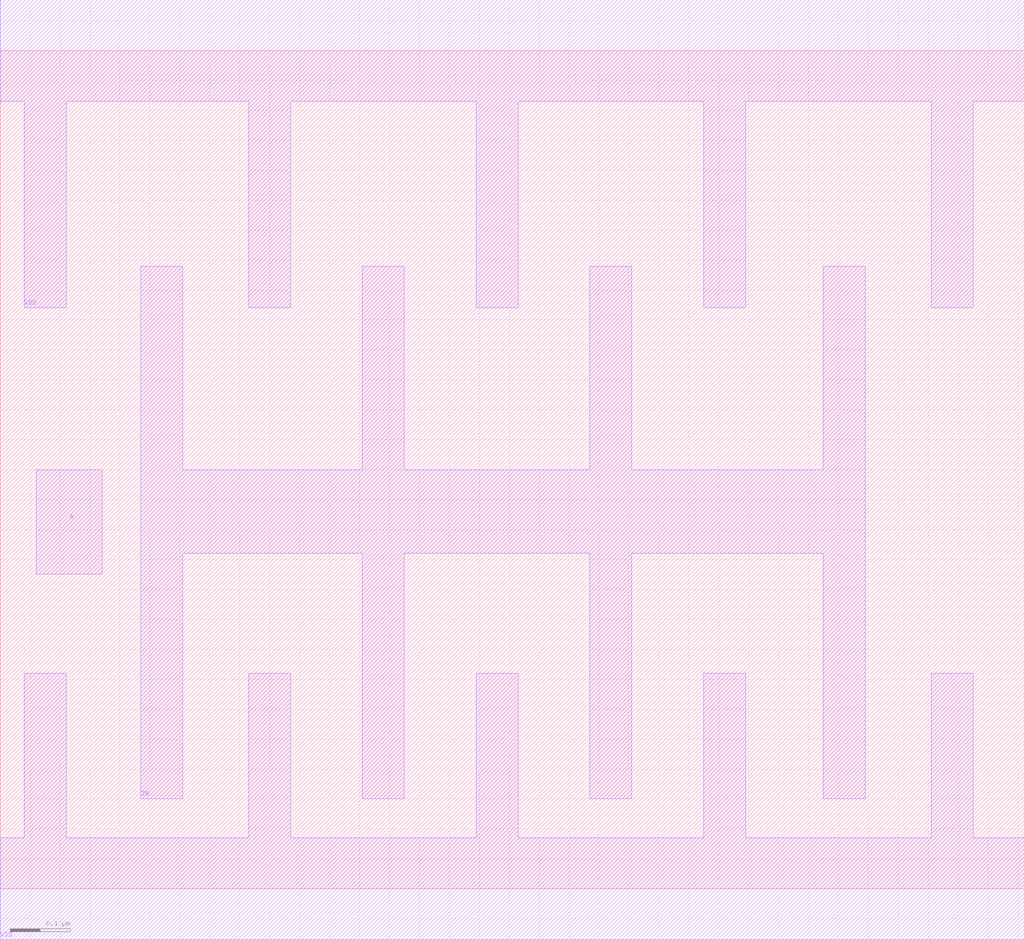
<source format=lef>
# 
# ******************************************************************************
# *                                                                            *
# *                   Copyright (C) 2004-2010, Nangate Inc.                    *
# *                           All rights reserved.                             *
# *                                                                            *
# * Nangate and the Nangate logo are trademarks of Nangate Inc.                *
# *                                                                            *
# * All trademarks, logos, software marks, and trade names (collectively the   *
# * "Marks") in this program are proprietary to Nangate or other respective    *
# * owners that have granted Nangate the right and license to use such Marks.  *
# * You are not permitted to use the Marks without the prior written consent   *
# * of Nangate or such third party that may own the Marks.                     *
# *                                                                            *
# * This file has been provided pursuant to a License Agreement containing     *
# * restrictions on its use. This file contains valuable trade secrets and     *
# * proprietary information of Nangate Inc., and is protected by U.S. and      *
# * international laws and/or treaties.                                        *
# *                                                                            *
# * The copyright notice(s) in this file does not indicate actual or intended  *
# * publication of this file.                                                  *
# *                                                                            *
# *     NGLibraryCreator, v2010.08-HR32-SP3-2010-08-05 - build 1009061800      *
# *                                                                            *
# ******************************************************************************
# 
# 
# Running on brazil06.nangate.com.br for user Giancarlo Franciscatto (gfr).
# Local time is now Fri, 3 Dec 2010, 19:32:18.
# Main process id is 27821.

VERSION 5.6 ;
BUSBITCHARS "[]" ;
DIVIDERCHAR "/" ;

MACRO INV_X8
  CLASS core ;
  FOREIGN INV_X8 0.0 0.0 ;
  ORIGIN 0 0 ;
  SYMMETRY X Y ;
  SITE FreePDK45_38x28_10R_NP_162NW_34O ;
  SIZE 1.71 BY 1.4 ;
  PIN A
    DIRECTION INPUT ;
    ANTENNAPARTIALMETALAREA 0.01925 LAYER metal1 ;
    ANTENNAPARTIALMETALSIDEAREA 0.0741 LAYER metal1 ;
    ANTENNAGATEAREA 0.418 ;
    PORT
      LAYER metal1 ;
        POLYGON 0.06 0.525 0.17 0.525 0.17 0.7 0.06 0.7  ;
    END
  END A
  PIN ZN
    DIRECTION OUTPUT ;
    ANTENNAPARTIALMETALAREA 0.3794 LAYER metal1 ;
    ANTENNAPARTIALMETALSIDEAREA 1.131 LAYER metal1 ;
    ANTENNADIFFAREA 0.5852 ;
    PORT
      LAYER metal1 ;
        POLYGON 0.235 0.15 0.305 0.15 0.305 0.56 0.605 0.56 0.605 0.15 0.675 0.15 0.675 0.56 0.985 0.56 0.985 0.15 1.055 0.15 1.055 0.56 1.375 0.56 1.375 0.15 1.445 0.15 1.445 1.04 1.375 1.04 1.375 0.7 1.055 0.7 1.055 1.04 0.985 1.04 0.985 0.7 0.675 0.7 0.675 1.04 0.605 1.04 0.605 0.7 0.305 0.7 0.305 1.04 0.235 1.04  ;
    END
  END ZN
  PIN VDD
    DIRECTION INOUT ;
    USE power ;
    SHAPE ABUTMENT ;
    PORT
      LAYER metal1 ;
        POLYGON 0 1.315 0.04 1.315 0.04 0.97 0.11 0.97 0.11 1.315 0.415 1.315 0.415 0.97 0.485 0.97 0.485 1.315 0.795 1.315 0.795 0.97 0.865 0.97 0.865 1.315 1.175 1.315 1.175 0.97 1.245 0.97 1.245 1.315 1.555 1.315 1.555 0.97 1.625 0.97 1.625 1.315 1.71 1.315 1.71 1.485 0 1.485  ;
    END
  END VDD
  PIN VSS
    DIRECTION INOUT ;
    USE ground ;
    SHAPE ABUTMENT ;
    PORT
      LAYER metal1 ;
        POLYGON 0 -0.085 1.71 -0.085 1.71 0.085 1.625 0.085 1.625 0.36 1.555 0.36 1.555 0.085 1.245 0.085 1.245 0.36 1.175 0.36 1.175 0.085 0.865 0.085 0.865 0.36 0.795 0.36 0.795 0.085 0.485 0.085 0.485 0.36 0.415 0.36 0.415 0.085 0.11 0.085 0.11 0.36 0.04 0.36 0.04 0.085 0 0.085  ;
    END
  END VSS
END INV_X8

END LIBRARY
#
# End of file
#

</source>
